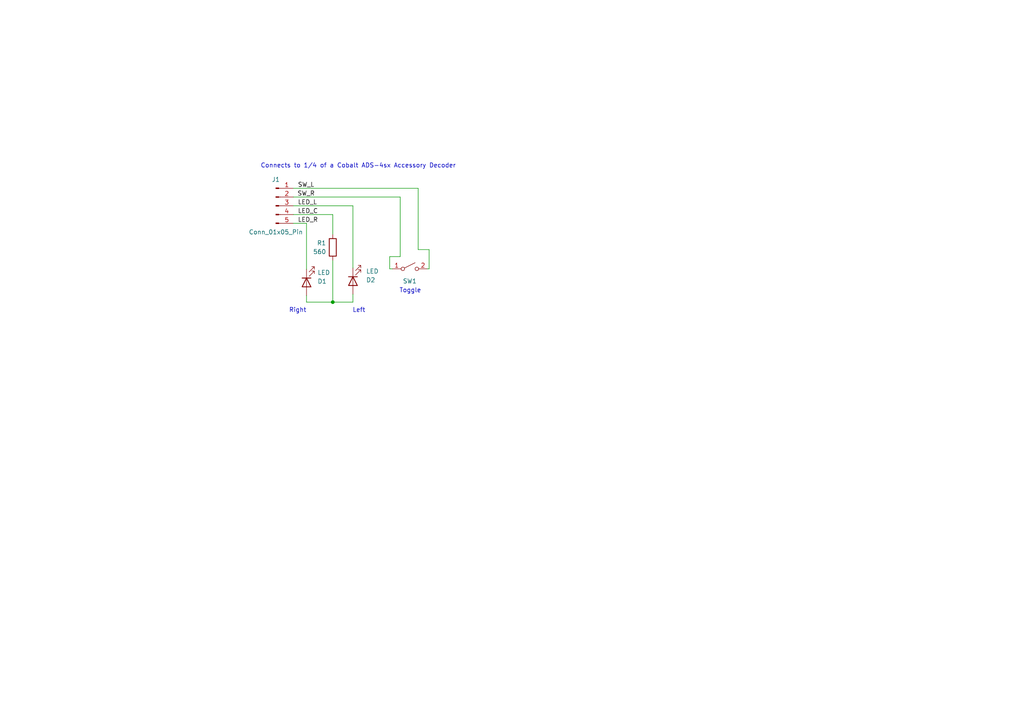
<source format=kicad_sch>
(kicad_sch (version 20230121) (generator eeschema)
  (paper "A4")
  (title_block (title "Crowland Green Fiddle Yard (Peterborough)") (date "2024-06-09") (rev "Rev 1") (company "Northants and Cambs N Gauge Society") (comment 1 "Jonathan Pallant") (comment 2 "admin@ncngauge.org.uk"))
  (lib_symbols
    (symbol "Connector:Conn_01x05_Pin" (pin_names (offset 1.016) hide)
      (property "Reference" "J" (at 0 7.62 0))
      (property "Value" "Conn_01x05_Pin" (at 0 -7.62 0))
      (symbol "Conn_01x05_Pin_1_1"
        (polyline (pts (xy 1.27 -5.08) (xy 0.8636 -5.08)) (stroke (width 0.1524)))
        (polyline (pts (xy 1.27 -2.54) (xy 0.8636 -2.54)) (stroke (width 0.1524)))
        (polyline (pts (xy 1.27 0) (xy 0.8636 0)) (stroke (width 0.1524)))
        (polyline (pts (xy 1.27 2.54) (xy 0.8636 2.54)) (stroke (width 0.1524)))
        (polyline (pts (xy 1.27 5.08) (xy 0.8636 5.08)) (stroke (width 0.1524)))
        (rectangle (start 0.8636 -4.953) (end 0 -5.207) (stroke (width 0.1524)) (fill (type outline)))
        (rectangle (start 0.8636 -2.413) (end 0 -2.667) (stroke (width 0.1524)) (fill (type outline)))
        (rectangle (start 0.8636 0.127) (end 0 -0.127) (stroke (width 0.1524)) (fill (type outline)))
        (rectangle (start 0.8636 2.667) (end 0 2.413) (stroke (width 0.1524)) (fill (type outline)))
        (rectangle (start 0.8636 5.207) (end 0 4.953) (stroke (width 0.1524)) (fill (type outline)))
        (pin passive line (at 5.08 5.08 180) (length 3.81) (name "Pin_1") (number "1"))
        (pin passive line (at 5.08 2.54 180) (length 3.81) (name "Pin_2") (number "2"))
        (pin passive line (at 5.08 0 180) (length 3.81) (name "Pin_3") (number "3"))
        (pin passive line (at 5.08 -2.54 180) (length 3.81) (name "Pin_4") (number "4"))
        (pin passive line (at 5.08 -5.08 180) (length 3.81) (name "Pin_5") (number "5"))
      )
    )
    (symbol "Device:LED" (pin_numbers hide) (pin_names (offset 1.016) hide)
      (property "Reference" "D" (at 0 2.54 0))
      (property "Value" "LED" (at 0 -2.54 0))
      (symbol "LED_0_1"
        (polyline (pts (xy -1.27 -1.27) (xy -1.27 1.27)) (stroke (width 0.254)))
        (polyline (pts (xy -1.27 0) (xy 1.27 0)))
        (polyline (pts (xy 1.27 -1.27) (xy 1.27 1.27) (xy -1.27 0) (xy 1.27 -1.27)) (stroke (width 0.254)))
        (polyline (pts (xy -3.048 -0.762) (xy -4.572 -2.286) (xy -3.81 -2.286) (xy -4.572 -2.286) (xy -4.572 -1.524)))
        (polyline (pts (xy -1.778 -0.762) (xy -3.302 -2.286) (xy -2.54 -2.286) (xy -3.302 -2.286) (xy -3.302 -1.524)))
      )
      (symbol "LED_1_1"
        (pin passive line (at -3.81 0 0) (length 2.54) (name "K") (number "1"))
        (pin passive line (at 3.81 0 180) (length 2.54) (name "A") (number "2"))
      )
    )
    (symbol "Device:R" (pin_numbers hide) (pin_names (offset 0))
      (property "Reference" "R" (at 2.032 0 90))
      (property "Value" "R" (at 0 0 90))
      (symbol "R_0_1"
        (rectangle (start -1.016 -2.54) (end 1.016 2.54) (stroke (width 0.254)))
      )
      (symbol "R_1_1"
        (pin passive line (at 0 3.81 270) (length 1.27) (name "~") (number "1"))
        (pin passive line (at 0 -3.81 90) (length 1.27) (name "~") (number "2"))
      )
    )
    (symbol "Switch:SW_SPST" (pin_names (offset 0) hide)
      (property "Reference" "SW" (at 0 3.175 0))
      (property "Value" "SW_SPST" (at 0 -2.54 0))
      (symbol "SW_SPST_0_0"
        (circle (center -2.032 0) (radius 0.508))
        (polyline (pts (xy -1.524 0.254) (xy 1.524 1.778)))
        (circle (center 2.032 0) (radius 0.508))
      )
      (symbol "SW_SPST_1_1"
        (pin passive line (at -5.08 0 0) (length 2.54) (name "A") (number "1"))
        (pin passive line (at 5.08 0 180) (length 2.54) (name "B") (number "2"))
      )
    )
  )
  (junction (at 96.52 87.63))
  (wire (pts (xy 96.52 87.63) (xy 102.362 87.63)))
  (wire (pts (xy 102.362 59.69) (xy 102.362 77.724)))
  (wire (pts (xy 88.9 87.63) (xy 96.52 87.63)))
  (wire (pts (xy 85.09 57.15) (xy 116.078 57.15)))
  (wire (pts (xy 124.46 72.39) (xy 124.46 77.978)))
  (wire (pts (xy 85.09 59.69) (xy 102.362 59.69)))
  (wire (pts (xy 116.078 57.15) (xy 116.078 74.422)))
  (wire (pts (xy 85.09 62.23) (xy 96.52 62.23)))
  (wire (pts (xy 113.03 77.978) (xy 113.792 77.978)))
  (wire (pts (xy 96.52 75.565) (xy 96.52 87.63)))
  (wire (pts (xy 113.03 74.422) (xy 113.03 77.978)))
  (wire (pts (xy 113.03 74.422) (xy 116.078 74.422)))
  (wire (pts (xy 88.9 85.725) (xy 88.9 87.63)))
  (wire (pts (xy 88.9 64.77) (xy 88.9 78.105)))
  (wire (pts (xy 121.285 72.39) (xy 124.46 72.39)))
  (wire (pts (xy 121.285 54.61) (xy 121.285 72.39)))
  (wire (pts (xy 102.362 85.344) (xy 102.362 87.63)))
  (wire (pts (xy 96.52 62.23) (xy 96.52 67.945)))
  (wire (pts (xy 85.09 54.61) (xy 121.285 54.61)))
  (wire (pts (xy 85.09 64.77) (xy 88.9 64.77)))
  (wire (pts (xy 123.952 77.978) (xy 124.46 77.978)))
  (text "Right" (at 88.9 90.805 0) (effects (font (size 1.27 1.27)) (justify right bottom)))
  (text "Connects to 1/4 of a Cobalt ADS-4sx Accessory Decoder" (at 75.565 48.895 0) (effects (font (size 1.27 1.27)) (justify left bottom)))
  (text "Left" (at 102.235 90.805 0) (effects (font (size 1.27 1.27)) (justify left bottom)))
  (text "Toggle" (at 122.174 85.09 0) (effects (font (size 1.27 1.27)) (justify right bottom)))
  (label "LED_L" (at 86.36 59.69 0))
  (label "SW_L" (at 86.36 54.61 0))
  (label "SW_R" (at 86.233 57.15 0))
  (label "LED_C" (at 86.36 62.23 0))
  (label "LED_R" (at 86.36 64.77 0))
  (symbol (lib_id "Device:R") (at 96.52 71.755 0) (mirror y) (unit 1)
    (property "Reference" "R1" (at 94.615 70.485 0) (effects (justify left)))
    (property "Value" "560" (at 94.615 73.025 0) (effects (justify left)))
    (property "Footprint" "Resistor_SMD:R_0805_2012Metric" (effects hide))
    (property "JLCPCB" "C28636" (effects hide))
    (instances (project "crowland-green" (path "" (reference "R1") (unit 1)) (path "" (reference "R2") (unit 1)) (path "" (reference "R3") (unit 1)) (path "" (reference "R4") (unit 1)) (path "" (reference "R5") (unit 1)) (path "" (reference "R6") (unit 1)) (path "" (reference "R7") (unit 1))))
  )
  (symbol (lib_id "Device:LED") (at 102.362 81.534 90) (mirror x) (unit 1)
    (property "Reference" "D2" (at 106.172 81.2165 90) (effects (justify right)))
    (property "Value" "LED" (at 106.172 78.6765 90) (effects (justify right)))
    (property "Footprint" "LED_SMD:LED_0805_2012Metric" (effects hide))
    (property "JLCPCB" "C84256" (effects hide))
    (instances (project "crowland-green" (path "" (reference "D2") (unit 1)) (path "" (reference "D4") (unit 1)) (path "" (reference "D6") (unit 1)) (path "" (reference "D8") (unit 1)) (path "" (reference "D10") (unit 1)) (path "" (reference "D12") (unit 1)) (path "" (reference "D14") (unit 1))))
  )
  (symbol (lib_id "Switch:SW_SPST") (at 118.872 77.978 0) (unit 1)
    (property "Reference" "SW1" (at 120.904 81.534 0) (effects (justify right)))
    (property "Value" "SW_SPST" (effects hide))
    (property "Footprint" "Button_Switch_SMD:SW_Push_1P1T_XKB_TS-1187A" (effects hide))
    (property "JLCPCB" "C318884" (effects hide))
    (instances (project "crowland-green" (path "" (reference "SW1") (unit 1)) (path "" (reference "SW2") (unit 1)) (path "" (reference "SW3") (unit 1)) (path "" (reference "SW4") (unit 1)) (path "" (reference "SW5") (unit 1)) (path "" (reference "SW6") (unit 1)) (path "" (reference "SW7") (unit 1))))
  )
  (symbol (lib_id "Device:LED") (at 88.9 81.915 90) (mirror x) (unit 1)
    (property "Reference" "D1" (at 92.075 81.5975 90) (effects (justify right)))
    (property "Value" "LED" (at 92.075 79.0575 90) (effects (justify right)))
    (property "Footprint" "LED_SMD:LED_0805_2012Metric" (effects hide))
    (property "JLCPCB" "C84256" (effects hide))
    (instances (project "crowland-green" (path "" (reference "D1") (unit 1)) (path "" (reference "D3") (unit 1)) (path "" (reference "D5") (unit 1)) (path "" (reference "D7") (unit 1)) (path "" (reference "D9") (unit 1)) (path "" (reference "D11") (unit 1)) (path "" (reference "D13") (unit 1))))
  )
  (symbol (lib_id "Connector:Conn_01x05_Pin") (at 80.01 59.69 0) (unit 1)
    (property "Reference" "J1" (at 80.01 52.07 0))
    (property "Value" "Conn_01x05_Pin" (at 80.01 67.31 0))
    (property "Footprint" "Connector_PinHeader_2.54mm:PinHeader_1x05_P2.54mm_Horizontal" (effects hide))
    (instances (project "crowland-green" (path "" (reference "J1") (unit 1)) (path "" (reference "J2") (unit 1)) (path "" (reference "J3") (unit 1)) (path "" (reference "J4") (unit 1)) (path "" (reference "J5") (unit 1)) (path "" (reference "J6") (unit 1)) (path "" (reference "J7") (unit 1))))
  )
)
</source>
